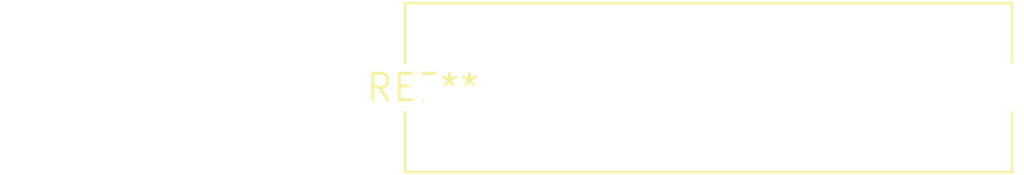
<source format=kicad_pcb>
(kicad_pcb (version 20240108) (generator pcbnew)
  (layers (0 "F.Cu" signal) (31 "B.Cu" signal) (34 "B.Paste" user) (35 "F.Paste" user) (36 "B.SilkS" user "B.Silkscreen") (37 "F.SilkS" user "F.Silkscreen") (38 "B.Mask" user) (39 "F.Mask" user) (44 "Edge.Cuts" user))
  (net 0 "")
  (footprint "C_Rect_L29.0mm_W7.9mm_P27.50mm_MKT" (layer "F.Cu") (at 0 0)
    (property "Reference" "REF**")
    (property "Value" "C_Rect_L29.0mm_W7.9mm_P27.50mm_MKT")
    (fp_line (start -0.87 -4.07) (end -0.87 -1.185) (layer "F.SilkS") (stroke (width 0.12)))
    (fp_line (start -0.87 -4.07) (end 28.37 -4.07) (layer "F.SilkS") (stroke (width 0.12)))
    (fp_line (start -0.87 1.185) (end -0.87 4.07) (layer "F.SilkS") (stroke (width 0.12)))
    (fp_line (start -0.87 4.07) (end 28.37 4.07) (layer "F.SilkS") (stroke (width 0.12)))
    (fp_line (start 28.37 -4.07) (end 28.37 -1.185) (layer "F.SilkS") (stroke (width 0.12)))
    (fp_line (start 28.37 1.185) (end 28.37 4.07) (layer "F.SilkS") (stroke (width 0.12)))
    (pad "1" thru_hole circle (at 0 0) (size 2.4 2.4) (drill 1.2) (layers *.Cu *.Mask) (remove_unused_layers))
    (pad "2" thru_hole circle (at 27.5 0) (size 2.4 2.4) (drill 1.2) (layers *.Cu *.Mask) (remove_unused_layers))
  )
)
</source>
